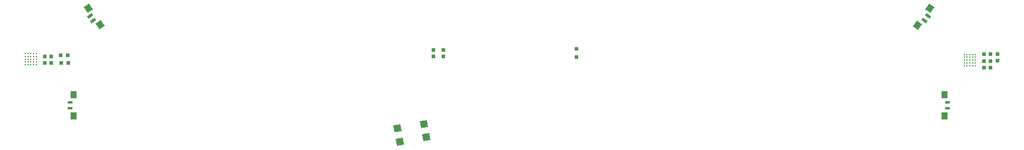
<source format=gtp>
G04*
G04 #@! TF.GenerationSoftware,Altium Limited,Altium Designer,19.1.5 (86)*
G04*
G04 Layer_Color=8421504*
%FSLAX25Y25*%
%MOIN*%
G70*
G01*
G75*
%ADD22P,0.05568X4X324.5*%
%ADD23C,0.01000*%
%ADD24R,0.02200X0.02362*%
%ADD25R,0.02362X0.02200*%
%ADD26R,0.03150X0.01575*%
%ADD27R,0.03543X0.03937*%
G04:AMPARAMS|DCode=28|XSize=31.5mil|YSize=15.75mil|CornerRadius=0mil|HoleSize=0mil|Usage=FLASHONLY|Rotation=215.500|XOffset=0mil|YOffset=0mil|HoleType=Round|Shape=Rectangle|*
%AMROTATEDRECTD28*
4,1,4,0.00825,0.01556,0.01739,0.00274,-0.00825,-0.01556,-0.01739,-0.00274,0.00825,0.01556,0.0*
%
%ADD28ROTATEDRECTD28*%

G04:AMPARAMS|DCode=29|XSize=39.37mil|YSize=35.43mil|CornerRadius=0mil|HoleSize=0mil|Usage=FLASHONLY|Rotation=125.500|XOffset=0mil|YOffset=0mil|HoleType=Round|Shape=Rectangle|*
%AMROTATEDRECTD29*
4,1,4,0.02586,-0.00574,-0.00299,-0.02631,-0.02586,0.00574,0.00299,0.02631,0.02586,-0.00574,0.0*
%
%ADD29ROTATEDRECTD29*%

G04:AMPARAMS|DCode=30|XSize=31.5mil|YSize=15.75mil|CornerRadius=0mil|HoleSize=0mil|Usage=FLASHONLY|Rotation=324.500|XOffset=0mil|YOffset=0mil|HoleType=Round|Shape=Rectangle|*
%AMROTATEDRECTD30*
4,1,4,-0.01739,0.00274,-0.00825,0.01556,0.01739,-0.00274,0.00825,-0.01556,-0.01739,0.00274,0.0*
%
%ADD30ROTATEDRECTD30*%

G04:AMPARAMS|DCode=31|XSize=39.37mil|YSize=35.43mil|CornerRadius=0mil|HoleSize=0mil|Usage=FLASHONLY|Rotation=234.500|XOffset=0mil|YOffset=0mil|HoleType=Round|Shape=Rectangle|*
%AMROTATEDRECTD31*
4,1,4,-0.00299,0.02631,0.02586,0.00574,0.00299,-0.02631,-0.02586,-0.00574,-0.00299,0.02631,0.0*
%
%ADD31ROTATEDRECTD31*%

%ADD32R,0.02165X0.02165*%
G36*
X-64093Y17690D02*
X-60159Y18349D01*
X-59582Y14897D01*
X-63515Y14238D01*
X-64093Y17690D01*
D02*
G37*
G36*
X-65331Y25087D02*
X-61397Y25746D01*
X-60820Y22294D01*
X-64753Y21635D01*
X-65331Y25087D01*
D02*
G37*
G36*
X-49092Y20201D02*
X-45354Y20826D01*
X-44776Y17374D01*
X-48514Y16749D01*
X-49092Y20201D01*
D02*
G37*
G36*
X-50519Y27566D02*
X-46591Y28223D01*
X-46014Y24771D01*
X-49941Y24114D01*
X-50519Y27566D01*
D02*
G37*
D22*
X-46929Y18718D02*
D03*
X-48170Y26135D02*
D03*
X-61917Y16210D02*
D03*
X-63158Y23627D02*
D03*
D23*
X-267534Y59731D02*
D03*
X-269109D02*
D03*
X-270684D02*
D03*
X-272258D02*
D03*
X-273833D02*
D03*
X-267534Y61306D02*
D03*
X-269109D02*
D03*
X-270684D02*
D03*
X-272258D02*
D03*
X-273833D02*
D03*
X-267534Y62881D02*
D03*
X-269109D02*
D03*
X-270684D02*
D03*
X-272258D02*
D03*
X-273833D02*
D03*
X-267534Y64456D02*
D03*
X-269109D02*
D03*
X-270684D02*
D03*
X-272258D02*
D03*
X-273833D02*
D03*
X-267534Y66031D02*
D03*
X-269109D02*
D03*
X-270684D02*
D03*
X-272258D02*
D03*
X-273833D02*
D03*
X257714Y65479D02*
D03*
X259289D02*
D03*
X260864D02*
D03*
X262439D02*
D03*
X264013D02*
D03*
X257714Y63904D02*
D03*
X259289D02*
D03*
X260864D02*
D03*
X262439D02*
D03*
X264013D02*
D03*
X257714Y62329D02*
D03*
X259289D02*
D03*
X260864D02*
D03*
X262439D02*
D03*
X264013D02*
D03*
X257714Y60755D02*
D03*
X259289D02*
D03*
X260864D02*
D03*
X262439D02*
D03*
X264013D02*
D03*
X257714Y59180D02*
D03*
X259289D02*
D03*
X260864D02*
D03*
X262439D02*
D03*
X264013D02*
D03*
D24*
X268713Y58151D02*
D03*
X272492D02*
D03*
X268711Y65630D02*
D03*
X272491D02*
D03*
X268713Y61693D02*
D03*
X272492D02*
D03*
X-253332Y60563D02*
D03*
X-249553D02*
D03*
X-253738Y65143D02*
D03*
X-249958D02*
D03*
X-262898Y60563D02*
D03*
X-259118D02*
D03*
Y64398D02*
D03*
X-262898D02*
D03*
D25*
X276504Y65721D02*
D03*
Y61941D02*
D03*
X-37208Y64409D02*
D03*
Y68189D02*
D03*
X-42865D02*
D03*
Y64409D02*
D03*
D26*
X-248323Y38264D02*
D03*
Y35114D02*
D03*
X248323Y35114D02*
D03*
Y38264D02*
D03*
D27*
X-246552Y30783D02*
D03*
Y42594D02*
D03*
X246551Y42595D02*
D03*
Y30784D02*
D03*
D28*
X-237225Y87340D02*
D03*
X-235396Y84776D02*
D03*
D29*
X-231438Y82279D02*
D03*
X-238297Y91895D02*
D03*
D30*
X235250Y84676D02*
D03*
X237079Y87241D02*
D03*
D31*
X238152Y91795D02*
D03*
X231293Y82180D02*
D03*
D32*
X38134Y68708D02*
D03*
Y64108D02*
D03*
M02*

</source>
